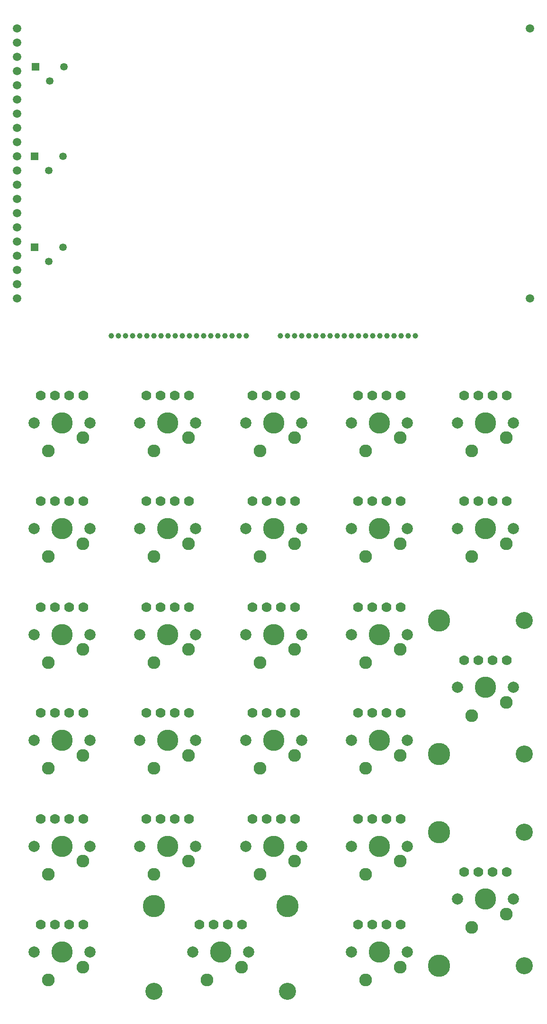
<source format=gbr>
%TF.GenerationSoftware,Altium Limited,Altium Designer,22.7.1 (60)*%
G04 Layer_Color=255*
%FSLAX45Y45*%
%MOMM*%
%TF.SameCoordinates,5A05AA2C-F857-43D8-A6CE-F15CAA79189D*%
%TF.FilePolarity,Positive*%
%TF.FileFunction,Pads,Top*%
%TF.Part,Single*%
G01*
G75*
%TA.AperFunction,ComponentPad*%
%ADD13R,1.34620X1.34620*%
%ADD14C,1.34620*%
%ADD15C,1.77800*%
%ADD16C,2.28600*%
%ADD17C,3.81000*%
%ADD18C,2.00000*%
%ADD19C,3.98800*%
%ADD20C,3.04800*%
%ADD21C,1.00000*%
%TA.AperFunction,ViaPad*%
%ADD22C,1.50000*%
D13*
X584200Y16827499D02*
D03*
X571500Y13601700D02*
D03*
Y15227299D02*
D03*
D14*
X838200Y16573500D02*
D03*
X1092200Y16827499D02*
D03*
X1079500Y13601700D02*
D03*
X825500Y13347701D02*
D03*
X1079500Y15227299D02*
D03*
X825500Y14973300D02*
D03*
D15*
X8752730Y10950930D02*
D03*
X8244730D02*
D03*
X8498730D02*
D03*
X9006750Y10950910D02*
D03*
Y6220160D02*
D03*
X8498730Y6220180D02*
D03*
X8244730D02*
D03*
X8752730D02*
D03*
X9006750Y2435560D02*
D03*
X8498730Y2435580D02*
D03*
X8244730D02*
D03*
X8752730D02*
D03*
X4021980Y1489430D02*
D03*
X3513980D02*
D03*
X3767980D02*
D03*
X4276000Y1489410D02*
D03*
X1183530Y1489430D02*
D03*
X675530D02*
D03*
X929530D02*
D03*
X1437550Y1489410D02*
D03*
X1183530Y3381730D02*
D03*
X675530D02*
D03*
X929530D02*
D03*
X1437550Y3381710D02*
D03*
X1183530Y5274030D02*
D03*
X675530D02*
D03*
X929530D02*
D03*
X1437550Y5274010D02*
D03*
X1183530Y7166330D02*
D03*
X675530D02*
D03*
X929530D02*
D03*
X1437550Y7166310D02*
D03*
X1183530Y9058630D02*
D03*
X675530D02*
D03*
X929530D02*
D03*
X1437550Y9058610D02*
D03*
X1183530Y10950930D02*
D03*
X675530D02*
D03*
X929530D02*
D03*
X1437550Y10950910D02*
D03*
X7114450D02*
D03*
X6606430Y10950930D02*
D03*
X6352430D02*
D03*
X6860430D02*
D03*
X5222150Y3381710D02*
D03*
X4714130Y3381730D02*
D03*
X4460130D02*
D03*
X4968130D02*
D03*
X7114450Y1489410D02*
D03*
X6606430Y1489430D02*
D03*
X6352430D02*
D03*
X6860430D02*
D03*
X7114450Y3381710D02*
D03*
X6606430Y3381730D02*
D03*
X6352430D02*
D03*
X6860430D02*
D03*
X7114450Y5274010D02*
D03*
X6606430Y5274030D02*
D03*
X6352430D02*
D03*
X6860430D02*
D03*
X5222150Y9058610D02*
D03*
X4714130Y9058630D02*
D03*
X4460130D02*
D03*
X4968130D02*
D03*
X5222150Y10950910D02*
D03*
X4714130Y10950930D02*
D03*
X4460130D02*
D03*
X4968130D02*
D03*
X7114450Y9058610D02*
D03*
X6606430Y9058630D02*
D03*
X6352430D02*
D03*
X6860430D02*
D03*
X7114450Y7166310D02*
D03*
X6606430Y7166330D02*
D03*
X6352430D02*
D03*
X6860430D02*
D03*
X5222150Y7166310D02*
D03*
X4714130Y7166330D02*
D03*
X4460130D02*
D03*
X4968130D02*
D03*
X5222150Y5274010D02*
D03*
X4714130Y5274030D02*
D03*
X4460130D02*
D03*
X4968130D02*
D03*
X9006750Y9058610D02*
D03*
X8498730Y9058630D02*
D03*
X8244730D02*
D03*
X8752730D02*
D03*
X3329850Y7166310D02*
D03*
X2821830Y7166330D02*
D03*
X2567830D02*
D03*
X3075830D02*
D03*
X3329850Y5274010D02*
D03*
X2821830Y5274030D02*
D03*
X2567830D02*
D03*
X3075830D02*
D03*
X3329850Y10950910D02*
D03*
X2821830Y10950930D02*
D03*
X2567830D02*
D03*
X3075830D02*
D03*
X3329850Y3381710D02*
D03*
X2821830Y3381730D02*
D03*
X2567830D02*
D03*
X3075830D02*
D03*
X3329850Y9058610D02*
D03*
X2821830Y9058630D02*
D03*
X2567830D02*
D03*
X3075830D02*
D03*
D16*
X8381930Y9960310D02*
D03*
X8999130Y10194010D02*
D03*
Y5463260D02*
D03*
X8381930Y5229560D02*
D03*
X8999130Y1678660D02*
D03*
X8381930Y1444960D02*
D03*
X3651180Y498810D02*
D03*
X4268380Y732510D02*
D03*
X812730Y498810D02*
D03*
X1429930Y732510D02*
D03*
X812730Y2391110D02*
D03*
X1429930Y2624810D02*
D03*
X812730Y4283410D02*
D03*
X1429930Y4517110D02*
D03*
X812730Y6175710D02*
D03*
X1429930Y6409410D02*
D03*
X812730Y8068010D02*
D03*
X1429930Y8301710D02*
D03*
X812730Y9960310D02*
D03*
X1429930Y10194010D02*
D03*
X7106830D02*
D03*
X6489630Y9960310D02*
D03*
X5214530Y2624810D02*
D03*
X4597330Y2391110D02*
D03*
X7106830Y732510D02*
D03*
X6489630Y498810D02*
D03*
X7106830Y2624810D02*
D03*
X6489630Y2391110D02*
D03*
X7106830Y4517110D02*
D03*
X6489630Y4283410D02*
D03*
X5214530Y8301710D02*
D03*
X4597330Y8068010D02*
D03*
X5214530Y10194010D02*
D03*
X4597330Y9960310D02*
D03*
X7106830Y8301710D02*
D03*
X6489630Y8068010D02*
D03*
X7106830Y6409410D02*
D03*
X6489630Y6175710D02*
D03*
X5214530Y6409410D02*
D03*
X4597330Y6175710D02*
D03*
X5214530Y4517110D02*
D03*
X4597330Y4283410D02*
D03*
X8999130Y8301710D02*
D03*
X8381930Y8068010D02*
D03*
X3322230Y6409410D02*
D03*
X2705030Y6175710D02*
D03*
X3322230Y4517110D02*
D03*
X2705030Y4283410D02*
D03*
X3322230Y10194010D02*
D03*
X2705030Y9960310D02*
D03*
X3322230Y2624810D02*
D03*
X2705030Y2391110D02*
D03*
X3322230Y8301710D02*
D03*
X2705030Y8068010D02*
D03*
D17*
X8627030Y10463230D02*
D03*
Y5732480D02*
D03*
Y1947880D02*
D03*
X3896280Y1001730D02*
D03*
X1057830D02*
D03*
Y2894030D02*
D03*
Y4786330D02*
D03*
Y6678630D02*
D03*
Y8570930D02*
D03*
Y10463230D02*
D03*
X6734730D02*
D03*
X4842430Y2894030D02*
D03*
X6734730Y1001730D02*
D03*
Y2894030D02*
D03*
Y4786330D02*
D03*
X4842430Y8570930D02*
D03*
Y10463230D02*
D03*
X6734730Y8570930D02*
D03*
Y6678630D02*
D03*
X4842430D02*
D03*
Y4786330D02*
D03*
X8627030Y8570930D02*
D03*
X2950130Y6678630D02*
D03*
Y4786330D02*
D03*
Y10463230D02*
D03*
Y2894030D02*
D03*
Y8570930D02*
D03*
D18*
X9126140Y10463230D02*
D03*
X8127930D02*
D03*
Y5732480D02*
D03*
X9126140D02*
D03*
X8127930Y1947880D02*
D03*
X9126140D02*
D03*
X4395390Y1001730D02*
D03*
X3397180D02*
D03*
X1556940D02*
D03*
X558730D02*
D03*
X1556940Y2894030D02*
D03*
X558730D02*
D03*
X1556940Y4786330D02*
D03*
X558730D02*
D03*
X1556940Y6678630D02*
D03*
X558730D02*
D03*
X1556940Y8570930D02*
D03*
X558730D02*
D03*
X1556940Y10463230D02*
D03*
X558730D02*
D03*
X6235630D02*
D03*
X7233840D02*
D03*
X4343330Y2894030D02*
D03*
X5341540D02*
D03*
X6235630Y1001730D02*
D03*
X7233840D02*
D03*
X6235630Y2894030D02*
D03*
X7233840D02*
D03*
X6235630Y4786330D02*
D03*
X7233840D02*
D03*
X4343330Y8570930D02*
D03*
X5341540D02*
D03*
X4343330Y10463230D02*
D03*
X5341540D02*
D03*
X6235630Y8570930D02*
D03*
X7233840D02*
D03*
X6235630Y6678630D02*
D03*
X7233840D02*
D03*
X4343330D02*
D03*
X5341540D02*
D03*
X4343330Y4786330D02*
D03*
X5341540D02*
D03*
X8127930Y8570930D02*
D03*
X9126140D02*
D03*
X2451030Y6678630D02*
D03*
X3449240D02*
D03*
X2451030Y4786330D02*
D03*
X3449240D02*
D03*
X2451030Y10463230D02*
D03*
X3449240D02*
D03*
X2451030Y2894030D02*
D03*
X3449240D02*
D03*
X2451030Y8570930D02*
D03*
X3449240D02*
D03*
D19*
X7801530Y6926280D02*
D03*
Y4538680D02*
D03*
Y3141680D02*
D03*
Y754080D02*
D03*
X2702480Y1827230D02*
D03*
X5090080D02*
D03*
D20*
X9325530Y6926280D02*
D03*
Y4538680D02*
D03*
Y3141680D02*
D03*
Y754080D02*
D03*
X2702480Y303230D02*
D03*
X5090080D02*
D03*
D21*
X7378700Y12014200D02*
D03*
X7251700D02*
D03*
X7124700D02*
D03*
X6997700D02*
D03*
X6870700D02*
D03*
X6743700D02*
D03*
X6616700D02*
D03*
X6489700D02*
D03*
X6362700D02*
D03*
X6235700D02*
D03*
X6108700D02*
D03*
X5981700D02*
D03*
X5854700D02*
D03*
X5727700D02*
D03*
X5600700D02*
D03*
X5473700D02*
D03*
X5346700D02*
D03*
X5219700D02*
D03*
X5092700D02*
D03*
X4965700D02*
D03*
X4356100D02*
D03*
X4229100D02*
D03*
X4102100D02*
D03*
X3975100D02*
D03*
X3848100D02*
D03*
X3721100D02*
D03*
X3594100D02*
D03*
X3467100D02*
D03*
X3340100D02*
D03*
X3213100D02*
D03*
X3086100D02*
D03*
X2959100D02*
D03*
X2832100D02*
D03*
X2705100D02*
D03*
X2578100D02*
D03*
X2451100D02*
D03*
X2324100D02*
D03*
X2197100D02*
D03*
X2070100D02*
D03*
X1943100D02*
D03*
D22*
X259000Y12685300D02*
D03*
Y12939301D02*
D03*
Y13193300D02*
D03*
Y13447301D02*
D03*
Y13701300D02*
D03*
Y13955299D02*
D03*
Y14209300D02*
D03*
Y14463300D02*
D03*
Y14717300D02*
D03*
Y14971300D02*
D03*
Y15225301D02*
D03*
Y15479300D02*
D03*
Y15733299D02*
D03*
Y15987300D02*
D03*
Y16241299D02*
D03*
Y16495300D02*
D03*
Y16749300D02*
D03*
X9425860Y12685300D02*
D03*
Y17511301D02*
D03*
X259000Y17003300D02*
D03*
Y17257300D02*
D03*
Y17511301D02*
D03*
%TF.MD5,613d690ee1091bcb3c4104cef9ebdfe8*%
M02*

</source>
